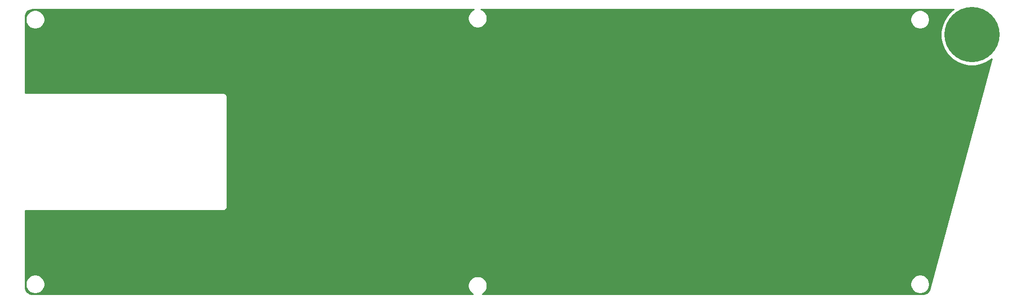
<source format=gtl>
G04 #@! TF.GenerationSoftware,KiCad,Pcbnew,(5.1.5)-3*
G04 #@! TF.CreationDate,2021-03-06T02:16:42+09:00*
G04 #@! TF.ProjectId,Kleine Gherkin,4b6c6569-6e65-4204-9768-65726b696e2e,rev?*
G04 #@! TF.SameCoordinates,Original*
G04 #@! TF.FileFunction,Copper,L1,Top*
G04 #@! TF.FilePolarity,Positive*
%FSLAX46Y46*%
G04 Gerber Fmt 4.6, Leading zero omitted, Abs format (unit mm)*
G04 Created by KiCad (PCBNEW (5.1.5)-3) date 2021-03-06 02:16:42*
%MOMM*%
%LPD*%
G04 APERTURE LIST*
%ADD10C,10.000000*%
%ADD11C,0.254000*%
G04 APERTURE END LIST*
D10*
X202406250Y-36750000D03*
D11*
G36*
X112178169Y-32262463D02*
G01*
X111894002Y-32452337D01*
X111652337Y-32694002D01*
X111462463Y-32978169D01*
X111331675Y-33293919D01*
X111265000Y-33629117D01*
X111265000Y-33970883D01*
X111331675Y-34306081D01*
X111462463Y-34621831D01*
X111652337Y-34905998D01*
X111894002Y-35147663D01*
X112178169Y-35337537D01*
X112493919Y-35468325D01*
X112829117Y-35535000D01*
X113170883Y-35535000D01*
X113506081Y-35468325D01*
X113821831Y-35337537D01*
X114105998Y-35147663D01*
X114347663Y-34905998D01*
X114537537Y-34621831D01*
X114668325Y-34306081D01*
X114735000Y-33970883D01*
X114735000Y-33829117D01*
X191265000Y-33829117D01*
X191265000Y-34170883D01*
X191331675Y-34506081D01*
X191462463Y-34821831D01*
X191652337Y-35105998D01*
X191894002Y-35347663D01*
X192178169Y-35537537D01*
X192493919Y-35668325D01*
X192829117Y-35735000D01*
X193170883Y-35735000D01*
X193506081Y-35668325D01*
X193821831Y-35537537D01*
X194105998Y-35347663D01*
X194347663Y-35105998D01*
X194537537Y-34821831D01*
X194668325Y-34506081D01*
X194735000Y-34170883D01*
X194735000Y-33829117D01*
X194668325Y-33493919D01*
X194537537Y-33178169D01*
X194347663Y-32894002D01*
X194105998Y-32652337D01*
X193821831Y-32462463D01*
X193506081Y-32331675D01*
X193170883Y-32265000D01*
X192829117Y-32265000D01*
X192493919Y-32331675D01*
X192178169Y-32462463D01*
X191894002Y-32652337D01*
X191652337Y-32894002D01*
X191462463Y-33178169D01*
X191331675Y-33493919D01*
X191265000Y-33829117D01*
X114735000Y-33829117D01*
X114735000Y-33629117D01*
X114668325Y-33293919D01*
X114537537Y-32978169D01*
X114347663Y-32694002D01*
X114105998Y-32452337D01*
X113821831Y-32262463D01*
X113634819Y-32185000D01*
X199095524Y-32185000D01*
X198814147Y-32373010D01*
X198029260Y-33157897D01*
X197412578Y-34080827D01*
X196987800Y-35106331D01*
X196771250Y-36195001D01*
X196771250Y-37304999D01*
X196987800Y-38393669D01*
X197412578Y-39419173D01*
X198029260Y-40342103D01*
X198814147Y-41126990D01*
X199737077Y-41743672D01*
X200762581Y-42168450D01*
X201851251Y-42385000D01*
X202961249Y-42385000D01*
X204049919Y-42168450D01*
X205075423Y-41743672D01*
X205941001Y-41165311D01*
X194799063Y-82732711D01*
X194696492Y-83037590D01*
X194569286Y-83259752D01*
X194401353Y-83452973D01*
X194199085Y-83609899D01*
X193970191Y-83724547D01*
X193719335Y-83793670D01*
X193470670Y-83815000D01*
X113855560Y-83815000D01*
X114105998Y-83647663D01*
X114347663Y-83405998D01*
X114537537Y-83121831D01*
X114668325Y-82806081D01*
X114735000Y-82470883D01*
X114735000Y-82129117D01*
X114675327Y-81829117D01*
X191265000Y-81829117D01*
X191265000Y-82170883D01*
X191331675Y-82506081D01*
X191462463Y-82821831D01*
X191652337Y-83105998D01*
X191894002Y-83347663D01*
X192178169Y-83537537D01*
X192493919Y-83668325D01*
X192829117Y-83735000D01*
X193170883Y-83735000D01*
X193506081Y-83668325D01*
X193821831Y-83537537D01*
X194105998Y-83347663D01*
X194347663Y-83105998D01*
X194537537Y-82821831D01*
X194668325Y-82506081D01*
X194735000Y-82170883D01*
X194735000Y-81829117D01*
X194668325Y-81493919D01*
X194537537Y-81178169D01*
X194347663Y-80894002D01*
X194105998Y-80652337D01*
X193821831Y-80462463D01*
X193506081Y-80331675D01*
X193170883Y-80265000D01*
X192829117Y-80265000D01*
X192493919Y-80331675D01*
X192178169Y-80462463D01*
X191894002Y-80652337D01*
X191652337Y-80894002D01*
X191462463Y-81178169D01*
X191331675Y-81493919D01*
X191265000Y-81829117D01*
X114675327Y-81829117D01*
X114668325Y-81793919D01*
X114537537Y-81478169D01*
X114347663Y-81194002D01*
X114105998Y-80952337D01*
X113821831Y-80762463D01*
X113506081Y-80631675D01*
X113170883Y-80565000D01*
X112829117Y-80565000D01*
X112493919Y-80631675D01*
X112178169Y-80762463D01*
X111894002Y-80952337D01*
X111652337Y-81194002D01*
X111462463Y-81478169D01*
X111331675Y-81793919D01*
X111265000Y-82129117D01*
X111265000Y-82470883D01*
X111331675Y-82806081D01*
X111462463Y-83121831D01*
X111652337Y-83405998D01*
X111894002Y-83647663D01*
X112144440Y-83815000D01*
X32533505Y-83815000D01*
X32245218Y-83786733D01*
X32000145Y-83712741D01*
X31774107Y-83592554D01*
X31575721Y-83430754D01*
X31412540Y-83233503D01*
X31290779Y-83008310D01*
X31215076Y-82763753D01*
X31185000Y-82477602D01*
X31185000Y-81829117D01*
X31265000Y-81829117D01*
X31265000Y-82170883D01*
X31331675Y-82506081D01*
X31462463Y-82821831D01*
X31652337Y-83105998D01*
X31894002Y-83347663D01*
X32178169Y-83537537D01*
X32493919Y-83668325D01*
X32829117Y-83735000D01*
X33170883Y-83735000D01*
X33506081Y-83668325D01*
X33821831Y-83537537D01*
X34105998Y-83347663D01*
X34347663Y-83105998D01*
X34537537Y-82821831D01*
X34668325Y-82506081D01*
X34735000Y-82170883D01*
X34735000Y-81829117D01*
X34668325Y-81493919D01*
X34537537Y-81178169D01*
X34347663Y-80894002D01*
X34105998Y-80652337D01*
X33821831Y-80462463D01*
X33506081Y-80331675D01*
X33170883Y-80265000D01*
X32829117Y-80265000D01*
X32493919Y-80331675D01*
X32178169Y-80462463D01*
X31894002Y-80652337D01*
X31652337Y-80894002D01*
X31462463Y-81178169D01*
X31331675Y-81493919D01*
X31265000Y-81829117D01*
X31185000Y-81829117D01*
X31185000Y-68685000D01*
X66966353Y-68685000D01*
X67000000Y-68688314D01*
X67134283Y-68675088D01*
X67263406Y-68635919D01*
X67382407Y-68572312D01*
X67486711Y-68486711D01*
X67572312Y-68382407D01*
X67635919Y-68263406D01*
X67675088Y-68134283D01*
X67685000Y-68033647D01*
X67688314Y-68000000D01*
X67685000Y-67966353D01*
X67685000Y-48033647D01*
X67688314Y-48000000D01*
X67675088Y-47865717D01*
X67635919Y-47736594D01*
X67572312Y-47617593D01*
X67486711Y-47513289D01*
X67382407Y-47427688D01*
X67263406Y-47364081D01*
X67134283Y-47324912D01*
X67033647Y-47315000D01*
X67000000Y-47311686D01*
X66966353Y-47315000D01*
X31185000Y-47315000D01*
X31185000Y-33829117D01*
X31265000Y-33829117D01*
X31265000Y-34170883D01*
X31331675Y-34506081D01*
X31462463Y-34821831D01*
X31652337Y-35105998D01*
X31894002Y-35347663D01*
X32178169Y-35537537D01*
X32493919Y-35668325D01*
X32829117Y-35735000D01*
X33170883Y-35735000D01*
X33506081Y-35668325D01*
X33821831Y-35537537D01*
X34105998Y-35347663D01*
X34347663Y-35105998D01*
X34537537Y-34821831D01*
X34668325Y-34506081D01*
X34735000Y-34170883D01*
X34735000Y-33829117D01*
X34668325Y-33493919D01*
X34537537Y-33178169D01*
X34347663Y-32894002D01*
X34105998Y-32652337D01*
X33821831Y-32462463D01*
X33506081Y-32331675D01*
X33170883Y-32265000D01*
X32829117Y-32265000D01*
X32493919Y-32331675D01*
X32178169Y-32462463D01*
X31894002Y-32652337D01*
X31652337Y-32894002D01*
X31462463Y-33178169D01*
X31331675Y-33493919D01*
X31265000Y-33829117D01*
X31185000Y-33829117D01*
X31185000Y-33533505D01*
X31213267Y-33245218D01*
X31287259Y-33000145D01*
X31407443Y-32774110D01*
X31569248Y-32575719D01*
X31766497Y-32412540D01*
X31991687Y-32290780D01*
X32236247Y-32215076D01*
X32522398Y-32185000D01*
X112365181Y-32185000D01*
X112178169Y-32262463D01*
G37*
X112178169Y-32262463D02*
X111894002Y-32452337D01*
X111652337Y-32694002D01*
X111462463Y-32978169D01*
X111331675Y-33293919D01*
X111265000Y-33629117D01*
X111265000Y-33970883D01*
X111331675Y-34306081D01*
X111462463Y-34621831D01*
X111652337Y-34905998D01*
X111894002Y-35147663D01*
X112178169Y-35337537D01*
X112493919Y-35468325D01*
X112829117Y-35535000D01*
X113170883Y-35535000D01*
X113506081Y-35468325D01*
X113821831Y-35337537D01*
X114105998Y-35147663D01*
X114347663Y-34905998D01*
X114537537Y-34621831D01*
X114668325Y-34306081D01*
X114735000Y-33970883D01*
X114735000Y-33829117D01*
X191265000Y-33829117D01*
X191265000Y-34170883D01*
X191331675Y-34506081D01*
X191462463Y-34821831D01*
X191652337Y-35105998D01*
X191894002Y-35347663D01*
X192178169Y-35537537D01*
X192493919Y-35668325D01*
X192829117Y-35735000D01*
X193170883Y-35735000D01*
X193506081Y-35668325D01*
X193821831Y-35537537D01*
X194105998Y-35347663D01*
X194347663Y-35105998D01*
X194537537Y-34821831D01*
X194668325Y-34506081D01*
X194735000Y-34170883D01*
X194735000Y-33829117D01*
X194668325Y-33493919D01*
X194537537Y-33178169D01*
X194347663Y-32894002D01*
X194105998Y-32652337D01*
X193821831Y-32462463D01*
X193506081Y-32331675D01*
X193170883Y-32265000D01*
X192829117Y-32265000D01*
X192493919Y-32331675D01*
X192178169Y-32462463D01*
X191894002Y-32652337D01*
X191652337Y-32894002D01*
X191462463Y-33178169D01*
X191331675Y-33493919D01*
X191265000Y-33829117D01*
X114735000Y-33829117D01*
X114735000Y-33629117D01*
X114668325Y-33293919D01*
X114537537Y-32978169D01*
X114347663Y-32694002D01*
X114105998Y-32452337D01*
X113821831Y-32262463D01*
X113634819Y-32185000D01*
X199095524Y-32185000D01*
X198814147Y-32373010D01*
X198029260Y-33157897D01*
X197412578Y-34080827D01*
X196987800Y-35106331D01*
X196771250Y-36195001D01*
X196771250Y-37304999D01*
X196987800Y-38393669D01*
X197412578Y-39419173D01*
X198029260Y-40342103D01*
X198814147Y-41126990D01*
X199737077Y-41743672D01*
X200762581Y-42168450D01*
X201851251Y-42385000D01*
X202961249Y-42385000D01*
X204049919Y-42168450D01*
X205075423Y-41743672D01*
X205941001Y-41165311D01*
X194799063Y-82732711D01*
X194696492Y-83037590D01*
X194569286Y-83259752D01*
X194401353Y-83452973D01*
X194199085Y-83609899D01*
X193970191Y-83724547D01*
X193719335Y-83793670D01*
X193470670Y-83815000D01*
X113855560Y-83815000D01*
X114105998Y-83647663D01*
X114347663Y-83405998D01*
X114537537Y-83121831D01*
X114668325Y-82806081D01*
X114735000Y-82470883D01*
X114735000Y-82129117D01*
X114675327Y-81829117D01*
X191265000Y-81829117D01*
X191265000Y-82170883D01*
X191331675Y-82506081D01*
X191462463Y-82821831D01*
X191652337Y-83105998D01*
X191894002Y-83347663D01*
X192178169Y-83537537D01*
X192493919Y-83668325D01*
X192829117Y-83735000D01*
X193170883Y-83735000D01*
X193506081Y-83668325D01*
X193821831Y-83537537D01*
X194105998Y-83347663D01*
X194347663Y-83105998D01*
X194537537Y-82821831D01*
X194668325Y-82506081D01*
X194735000Y-82170883D01*
X194735000Y-81829117D01*
X194668325Y-81493919D01*
X194537537Y-81178169D01*
X194347663Y-80894002D01*
X194105998Y-80652337D01*
X193821831Y-80462463D01*
X193506081Y-80331675D01*
X193170883Y-80265000D01*
X192829117Y-80265000D01*
X192493919Y-80331675D01*
X192178169Y-80462463D01*
X191894002Y-80652337D01*
X191652337Y-80894002D01*
X191462463Y-81178169D01*
X191331675Y-81493919D01*
X191265000Y-81829117D01*
X114675327Y-81829117D01*
X114668325Y-81793919D01*
X114537537Y-81478169D01*
X114347663Y-81194002D01*
X114105998Y-80952337D01*
X113821831Y-80762463D01*
X113506081Y-80631675D01*
X113170883Y-80565000D01*
X112829117Y-80565000D01*
X112493919Y-80631675D01*
X112178169Y-80762463D01*
X111894002Y-80952337D01*
X111652337Y-81194002D01*
X111462463Y-81478169D01*
X111331675Y-81793919D01*
X111265000Y-82129117D01*
X111265000Y-82470883D01*
X111331675Y-82806081D01*
X111462463Y-83121831D01*
X111652337Y-83405998D01*
X111894002Y-83647663D01*
X112144440Y-83815000D01*
X32533505Y-83815000D01*
X32245218Y-83786733D01*
X32000145Y-83712741D01*
X31774107Y-83592554D01*
X31575721Y-83430754D01*
X31412540Y-83233503D01*
X31290779Y-83008310D01*
X31215076Y-82763753D01*
X31185000Y-82477602D01*
X31185000Y-81829117D01*
X31265000Y-81829117D01*
X31265000Y-82170883D01*
X31331675Y-82506081D01*
X31462463Y-82821831D01*
X31652337Y-83105998D01*
X31894002Y-83347663D01*
X32178169Y-83537537D01*
X32493919Y-83668325D01*
X32829117Y-83735000D01*
X33170883Y-83735000D01*
X33506081Y-83668325D01*
X33821831Y-83537537D01*
X34105998Y-83347663D01*
X34347663Y-83105998D01*
X34537537Y-82821831D01*
X34668325Y-82506081D01*
X34735000Y-82170883D01*
X34735000Y-81829117D01*
X34668325Y-81493919D01*
X34537537Y-81178169D01*
X34347663Y-80894002D01*
X34105998Y-80652337D01*
X33821831Y-80462463D01*
X33506081Y-80331675D01*
X33170883Y-80265000D01*
X32829117Y-80265000D01*
X32493919Y-80331675D01*
X32178169Y-80462463D01*
X31894002Y-80652337D01*
X31652337Y-80894002D01*
X31462463Y-81178169D01*
X31331675Y-81493919D01*
X31265000Y-81829117D01*
X31185000Y-81829117D01*
X31185000Y-68685000D01*
X66966353Y-68685000D01*
X67000000Y-68688314D01*
X67134283Y-68675088D01*
X67263406Y-68635919D01*
X67382407Y-68572312D01*
X67486711Y-68486711D01*
X67572312Y-68382407D01*
X67635919Y-68263406D01*
X67675088Y-68134283D01*
X67685000Y-68033647D01*
X67688314Y-68000000D01*
X67685000Y-67966353D01*
X67685000Y-48033647D01*
X67688314Y-48000000D01*
X67675088Y-47865717D01*
X67635919Y-47736594D01*
X67572312Y-47617593D01*
X67486711Y-47513289D01*
X67382407Y-47427688D01*
X67263406Y-47364081D01*
X67134283Y-47324912D01*
X67033647Y-47315000D01*
X67000000Y-47311686D01*
X66966353Y-47315000D01*
X31185000Y-47315000D01*
X31185000Y-33829117D01*
X31265000Y-33829117D01*
X31265000Y-34170883D01*
X31331675Y-34506081D01*
X31462463Y-34821831D01*
X31652337Y-35105998D01*
X31894002Y-35347663D01*
X32178169Y-35537537D01*
X32493919Y-35668325D01*
X32829117Y-35735000D01*
X33170883Y-35735000D01*
X33506081Y-35668325D01*
X33821831Y-35537537D01*
X34105998Y-35347663D01*
X34347663Y-35105998D01*
X34537537Y-34821831D01*
X34668325Y-34506081D01*
X34735000Y-34170883D01*
X34735000Y-33829117D01*
X34668325Y-33493919D01*
X34537537Y-33178169D01*
X34347663Y-32894002D01*
X34105998Y-32652337D01*
X33821831Y-32462463D01*
X33506081Y-32331675D01*
X33170883Y-32265000D01*
X32829117Y-32265000D01*
X32493919Y-32331675D01*
X32178169Y-32462463D01*
X31894002Y-32652337D01*
X31652337Y-32894002D01*
X31462463Y-33178169D01*
X31331675Y-33493919D01*
X31265000Y-33829117D01*
X31185000Y-33829117D01*
X31185000Y-33533505D01*
X31213267Y-33245218D01*
X31287259Y-33000145D01*
X31407443Y-32774110D01*
X31569248Y-32575719D01*
X31766497Y-32412540D01*
X31991687Y-32290780D01*
X32236247Y-32215076D01*
X32522398Y-32185000D01*
X112365181Y-32185000D01*
X112178169Y-32262463D01*
M02*

</source>
